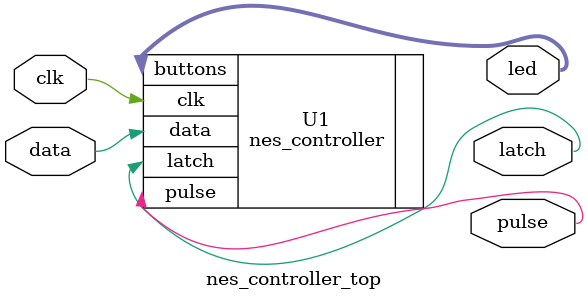
<source format=v>
`timescale 1ns / 1ps

module nes_controller_top (
    input clk,
    input data,
    output latch,
    output pulse,
    output [7:0] led
    );
    
nes_controller U1 (
.clk(clk),
.data(data),
.latch(latch),
.pulse(pulse),
.buttons(led)
);
    
endmodule
</source>
